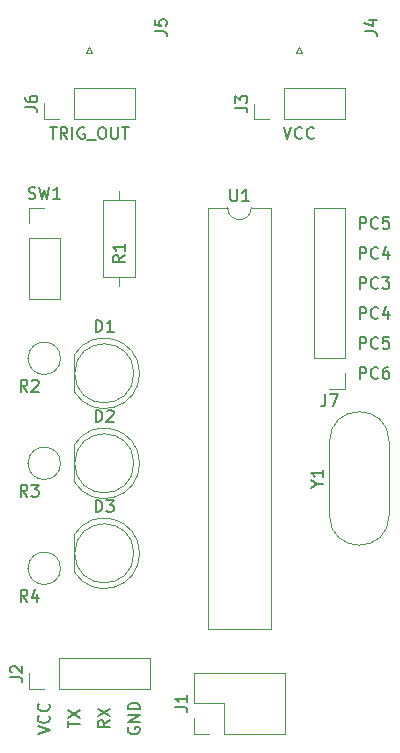
<source format=gbr>
%TF.GenerationSoftware,KiCad,Pcbnew,(6.0.5)*%
%TF.CreationDate,2022-08-03T12:20:48+10:00*%
%TF.ProjectId,special_target,73706563-6961-46c5-9f74-61726765742e,rev?*%
%TF.SameCoordinates,Original*%
%TF.FileFunction,Legend,Top*%
%TF.FilePolarity,Positive*%
%FSLAX46Y46*%
G04 Gerber Fmt 4.6, Leading zero omitted, Abs format (unit mm)*
G04 Created by KiCad (PCBNEW (6.0.5)) date 2022-08-03 12:20:48*
%MOMM*%
%LPD*%
G01*
G04 APERTURE LIST*
%ADD10C,0.150000*%
%ADD11C,0.120000*%
G04 APERTURE END LIST*
D10*
X124491904Y-116022380D02*
X124491904Y-115022380D01*
X124872857Y-115022380D01*
X124968095Y-115070000D01*
X125015714Y-115117619D01*
X125063333Y-115212857D01*
X125063333Y-115355714D01*
X125015714Y-115450952D01*
X124968095Y-115498571D01*
X124872857Y-115546190D01*
X124491904Y-115546190D01*
X126063333Y-115927142D02*
X126015714Y-115974761D01*
X125872857Y-116022380D01*
X125777619Y-116022380D01*
X125634761Y-115974761D01*
X125539523Y-115879523D01*
X125491904Y-115784285D01*
X125444285Y-115593809D01*
X125444285Y-115450952D01*
X125491904Y-115260476D01*
X125539523Y-115165238D01*
X125634761Y-115070000D01*
X125777619Y-115022380D01*
X125872857Y-115022380D01*
X126015714Y-115070000D01*
X126063333Y-115117619D01*
X126920476Y-115022380D02*
X126730000Y-115022380D01*
X126634761Y-115070000D01*
X126587142Y-115117619D01*
X126491904Y-115260476D01*
X126444285Y-115450952D01*
X126444285Y-115831904D01*
X126491904Y-115927142D01*
X126539523Y-115974761D01*
X126634761Y-116022380D01*
X126825238Y-116022380D01*
X126920476Y-115974761D01*
X126968095Y-115927142D01*
X127015714Y-115831904D01*
X127015714Y-115593809D01*
X126968095Y-115498571D01*
X126920476Y-115450952D01*
X126825238Y-115403333D01*
X126634761Y-115403333D01*
X126539523Y-115450952D01*
X126491904Y-115498571D01*
X126444285Y-115593809D01*
X124491904Y-113482380D02*
X124491904Y-112482380D01*
X124872857Y-112482380D01*
X124968095Y-112530000D01*
X125015714Y-112577619D01*
X125063333Y-112672857D01*
X125063333Y-112815714D01*
X125015714Y-112910952D01*
X124968095Y-112958571D01*
X124872857Y-113006190D01*
X124491904Y-113006190D01*
X126063333Y-113387142D02*
X126015714Y-113434761D01*
X125872857Y-113482380D01*
X125777619Y-113482380D01*
X125634761Y-113434761D01*
X125539523Y-113339523D01*
X125491904Y-113244285D01*
X125444285Y-113053809D01*
X125444285Y-112910952D01*
X125491904Y-112720476D01*
X125539523Y-112625238D01*
X125634761Y-112530000D01*
X125777619Y-112482380D01*
X125872857Y-112482380D01*
X126015714Y-112530000D01*
X126063333Y-112577619D01*
X126968095Y-112482380D02*
X126491904Y-112482380D01*
X126444285Y-112958571D01*
X126491904Y-112910952D01*
X126587142Y-112863333D01*
X126825238Y-112863333D01*
X126920476Y-112910952D01*
X126968095Y-112958571D01*
X127015714Y-113053809D01*
X127015714Y-113291904D01*
X126968095Y-113387142D01*
X126920476Y-113434761D01*
X126825238Y-113482380D01*
X126587142Y-113482380D01*
X126491904Y-113434761D01*
X126444285Y-113387142D01*
X124491904Y-110942380D02*
X124491904Y-109942380D01*
X124872857Y-109942380D01*
X124968095Y-109990000D01*
X125015714Y-110037619D01*
X125063333Y-110132857D01*
X125063333Y-110275714D01*
X125015714Y-110370952D01*
X124968095Y-110418571D01*
X124872857Y-110466190D01*
X124491904Y-110466190D01*
X126063333Y-110847142D02*
X126015714Y-110894761D01*
X125872857Y-110942380D01*
X125777619Y-110942380D01*
X125634761Y-110894761D01*
X125539523Y-110799523D01*
X125491904Y-110704285D01*
X125444285Y-110513809D01*
X125444285Y-110370952D01*
X125491904Y-110180476D01*
X125539523Y-110085238D01*
X125634761Y-109990000D01*
X125777619Y-109942380D01*
X125872857Y-109942380D01*
X126015714Y-109990000D01*
X126063333Y-110037619D01*
X126920476Y-110275714D02*
X126920476Y-110942380D01*
X126682380Y-109894761D02*
X126444285Y-110609047D01*
X127063333Y-110609047D01*
X124491904Y-108402380D02*
X124491904Y-107402380D01*
X124872857Y-107402380D01*
X124968095Y-107450000D01*
X125015714Y-107497619D01*
X125063333Y-107592857D01*
X125063333Y-107735714D01*
X125015714Y-107830952D01*
X124968095Y-107878571D01*
X124872857Y-107926190D01*
X124491904Y-107926190D01*
X126063333Y-108307142D02*
X126015714Y-108354761D01*
X125872857Y-108402380D01*
X125777619Y-108402380D01*
X125634761Y-108354761D01*
X125539523Y-108259523D01*
X125491904Y-108164285D01*
X125444285Y-107973809D01*
X125444285Y-107830952D01*
X125491904Y-107640476D01*
X125539523Y-107545238D01*
X125634761Y-107450000D01*
X125777619Y-107402380D01*
X125872857Y-107402380D01*
X126015714Y-107450000D01*
X126063333Y-107497619D01*
X126396666Y-107402380D02*
X127015714Y-107402380D01*
X126682380Y-107783333D01*
X126825238Y-107783333D01*
X126920476Y-107830952D01*
X126968095Y-107878571D01*
X127015714Y-107973809D01*
X127015714Y-108211904D01*
X126968095Y-108307142D01*
X126920476Y-108354761D01*
X126825238Y-108402380D01*
X126539523Y-108402380D01*
X126444285Y-108354761D01*
X126396666Y-108307142D01*
X124491904Y-105862380D02*
X124491904Y-104862380D01*
X124872857Y-104862380D01*
X124968095Y-104910000D01*
X125015714Y-104957619D01*
X125063333Y-105052857D01*
X125063333Y-105195714D01*
X125015714Y-105290952D01*
X124968095Y-105338571D01*
X124872857Y-105386190D01*
X124491904Y-105386190D01*
X126063333Y-105767142D02*
X126015714Y-105814761D01*
X125872857Y-105862380D01*
X125777619Y-105862380D01*
X125634761Y-105814761D01*
X125539523Y-105719523D01*
X125491904Y-105624285D01*
X125444285Y-105433809D01*
X125444285Y-105290952D01*
X125491904Y-105100476D01*
X125539523Y-105005238D01*
X125634761Y-104910000D01*
X125777619Y-104862380D01*
X125872857Y-104862380D01*
X126015714Y-104910000D01*
X126063333Y-104957619D01*
X126920476Y-105195714D02*
X126920476Y-105862380D01*
X126682380Y-104814761D02*
X126444285Y-105529047D01*
X127063333Y-105529047D01*
X124491904Y-103322380D02*
X124491904Y-102322380D01*
X124872857Y-102322380D01*
X124968095Y-102370000D01*
X125015714Y-102417619D01*
X125063333Y-102512857D01*
X125063333Y-102655714D01*
X125015714Y-102750952D01*
X124968095Y-102798571D01*
X124872857Y-102846190D01*
X124491904Y-102846190D01*
X126063333Y-103227142D02*
X126015714Y-103274761D01*
X125872857Y-103322380D01*
X125777619Y-103322380D01*
X125634761Y-103274761D01*
X125539523Y-103179523D01*
X125491904Y-103084285D01*
X125444285Y-102893809D01*
X125444285Y-102750952D01*
X125491904Y-102560476D01*
X125539523Y-102465238D01*
X125634761Y-102370000D01*
X125777619Y-102322380D01*
X125872857Y-102322380D01*
X126015714Y-102370000D01*
X126063333Y-102417619D01*
X126968095Y-102322380D02*
X126491904Y-102322380D01*
X126444285Y-102798571D01*
X126491904Y-102750952D01*
X126587142Y-102703333D01*
X126825238Y-102703333D01*
X126920476Y-102750952D01*
X126968095Y-102798571D01*
X127015714Y-102893809D01*
X127015714Y-103131904D01*
X126968095Y-103227142D01*
X126920476Y-103274761D01*
X126825238Y-103322380D01*
X126587142Y-103322380D01*
X126491904Y-103274761D01*
X126444285Y-103227142D01*
X99782380Y-145541904D02*
X99782380Y-144970476D01*
X100782380Y-145256190D02*
X99782380Y-145256190D01*
X99782380Y-144732380D02*
X100782380Y-144065714D01*
X99782380Y-144065714D02*
X100782380Y-144732380D01*
X118046666Y-94702380D02*
X118380000Y-95702380D01*
X118713333Y-94702380D01*
X119618095Y-95607142D02*
X119570476Y-95654761D01*
X119427619Y-95702380D01*
X119332380Y-95702380D01*
X119189523Y-95654761D01*
X119094285Y-95559523D01*
X119046666Y-95464285D01*
X118999047Y-95273809D01*
X118999047Y-95130952D01*
X119046666Y-94940476D01*
X119094285Y-94845238D01*
X119189523Y-94750000D01*
X119332380Y-94702380D01*
X119427619Y-94702380D01*
X119570476Y-94750000D01*
X119618095Y-94797619D01*
X120618095Y-95607142D02*
X120570476Y-95654761D01*
X120427619Y-95702380D01*
X120332380Y-95702380D01*
X120189523Y-95654761D01*
X120094285Y-95559523D01*
X120046666Y-95464285D01*
X119999047Y-95273809D01*
X119999047Y-95130952D01*
X120046666Y-94940476D01*
X120094285Y-94845238D01*
X120189523Y-94750000D01*
X120332380Y-94702380D01*
X120427619Y-94702380D01*
X120570476Y-94750000D01*
X120618095Y-94797619D01*
X103322380Y-144946666D02*
X102846190Y-145280000D01*
X103322380Y-145518095D02*
X102322380Y-145518095D01*
X102322380Y-145137142D01*
X102370000Y-145041904D01*
X102417619Y-144994285D01*
X102512857Y-144946666D01*
X102655714Y-144946666D01*
X102750952Y-144994285D01*
X102798571Y-145041904D01*
X102846190Y-145137142D01*
X102846190Y-145518095D01*
X102322380Y-144613333D02*
X103322380Y-143946666D01*
X102322380Y-143946666D02*
X103322380Y-144613333D01*
X98266666Y-94702380D02*
X98838095Y-94702380D01*
X98552380Y-95702380D02*
X98552380Y-94702380D01*
X99742857Y-95702380D02*
X99409523Y-95226190D01*
X99171428Y-95702380D02*
X99171428Y-94702380D01*
X99552380Y-94702380D01*
X99647619Y-94750000D01*
X99695238Y-94797619D01*
X99742857Y-94892857D01*
X99742857Y-95035714D01*
X99695238Y-95130952D01*
X99647619Y-95178571D01*
X99552380Y-95226190D01*
X99171428Y-95226190D01*
X100171428Y-95702380D02*
X100171428Y-94702380D01*
X101171428Y-94750000D02*
X101076190Y-94702380D01*
X100933333Y-94702380D01*
X100790476Y-94750000D01*
X100695238Y-94845238D01*
X100647619Y-94940476D01*
X100600000Y-95130952D01*
X100600000Y-95273809D01*
X100647619Y-95464285D01*
X100695238Y-95559523D01*
X100790476Y-95654761D01*
X100933333Y-95702380D01*
X101028571Y-95702380D01*
X101171428Y-95654761D01*
X101219047Y-95607142D01*
X101219047Y-95273809D01*
X101028571Y-95273809D01*
X101409523Y-95797619D02*
X102171428Y-95797619D01*
X102600000Y-94702380D02*
X102790476Y-94702380D01*
X102885714Y-94750000D01*
X102980952Y-94845238D01*
X103028571Y-95035714D01*
X103028571Y-95369047D01*
X102980952Y-95559523D01*
X102885714Y-95654761D01*
X102790476Y-95702380D01*
X102600000Y-95702380D01*
X102504761Y-95654761D01*
X102409523Y-95559523D01*
X102361904Y-95369047D01*
X102361904Y-95035714D01*
X102409523Y-94845238D01*
X102504761Y-94750000D01*
X102600000Y-94702380D01*
X103457142Y-94702380D02*
X103457142Y-95511904D01*
X103504761Y-95607142D01*
X103552380Y-95654761D01*
X103647619Y-95702380D01*
X103838095Y-95702380D01*
X103933333Y-95654761D01*
X103980952Y-95607142D01*
X104028571Y-95511904D01*
X104028571Y-94702380D01*
X104361904Y-94702380D02*
X104933333Y-94702380D01*
X104647619Y-95702380D02*
X104647619Y-94702380D01*
X104910000Y-145541904D02*
X104862380Y-145637142D01*
X104862380Y-145780000D01*
X104910000Y-145922857D01*
X105005238Y-146018095D01*
X105100476Y-146065714D01*
X105290952Y-146113333D01*
X105433809Y-146113333D01*
X105624285Y-146065714D01*
X105719523Y-146018095D01*
X105814761Y-145922857D01*
X105862380Y-145780000D01*
X105862380Y-145684761D01*
X105814761Y-145541904D01*
X105767142Y-145494285D01*
X105433809Y-145494285D01*
X105433809Y-145684761D01*
X105862380Y-145065714D02*
X104862380Y-145065714D01*
X105862380Y-144494285D01*
X104862380Y-144494285D01*
X105862380Y-144018095D02*
X104862380Y-144018095D01*
X104862380Y-143780000D01*
X104910000Y-143637142D01*
X105005238Y-143541904D01*
X105100476Y-143494285D01*
X105290952Y-143446666D01*
X105433809Y-143446666D01*
X105624285Y-143494285D01*
X105719523Y-143541904D01*
X105814761Y-143637142D01*
X105862380Y-143780000D01*
X105862380Y-144018095D01*
X97242380Y-146113333D02*
X98242380Y-145780000D01*
X97242380Y-145446666D01*
X98147142Y-144541904D02*
X98194761Y-144589523D01*
X98242380Y-144732380D01*
X98242380Y-144827619D01*
X98194761Y-144970476D01*
X98099523Y-145065714D01*
X98004285Y-145113333D01*
X97813809Y-145160952D01*
X97670952Y-145160952D01*
X97480476Y-145113333D01*
X97385238Y-145065714D01*
X97290000Y-144970476D01*
X97242380Y-144827619D01*
X97242380Y-144732380D01*
X97290000Y-144589523D01*
X97337619Y-144541904D01*
X98147142Y-143541904D02*
X98194761Y-143589523D01*
X98242380Y-143732380D01*
X98242380Y-143827619D01*
X98194761Y-143970476D01*
X98099523Y-144065714D01*
X98004285Y-144113333D01*
X97813809Y-144160952D01*
X97670952Y-144160952D01*
X97480476Y-144113333D01*
X97385238Y-144065714D01*
X97290000Y-143970476D01*
X97242380Y-143827619D01*
X97242380Y-143732380D01*
X97290000Y-143589523D01*
X97337619Y-143541904D01*
%TO.C,J7*%
X121586666Y-117352380D02*
X121586666Y-118066666D01*
X121539047Y-118209523D01*
X121443809Y-118304761D01*
X121300952Y-118352380D01*
X121205714Y-118352380D01*
X121967619Y-117352380D02*
X122634285Y-117352380D01*
X122205714Y-118352380D01*
%TO.C,SW1*%
X96456666Y-100734761D02*
X96599523Y-100782380D01*
X96837619Y-100782380D01*
X96932857Y-100734761D01*
X96980476Y-100687142D01*
X97028095Y-100591904D01*
X97028095Y-100496666D01*
X96980476Y-100401428D01*
X96932857Y-100353809D01*
X96837619Y-100306190D01*
X96647142Y-100258571D01*
X96551904Y-100210952D01*
X96504285Y-100163333D01*
X96456666Y-100068095D01*
X96456666Y-99972857D01*
X96504285Y-99877619D01*
X96551904Y-99830000D01*
X96647142Y-99782380D01*
X96885238Y-99782380D01*
X97028095Y-99830000D01*
X97361428Y-99782380D02*
X97599523Y-100782380D01*
X97790000Y-100068095D01*
X97980476Y-100782380D01*
X98218571Y-99782380D01*
X99123333Y-100782380D02*
X98551904Y-100782380D01*
X98837619Y-100782380D02*
X98837619Y-99782380D01*
X98742380Y-99925238D01*
X98647142Y-100020476D01*
X98551904Y-100068095D01*
%TO.C,R1*%
X104592380Y-105566666D02*
X104116190Y-105900000D01*
X104592380Y-106138095D02*
X103592380Y-106138095D01*
X103592380Y-105757142D01*
X103640000Y-105661904D01*
X103687619Y-105614285D01*
X103782857Y-105566666D01*
X103925714Y-105566666D01*
X104020952Y-105614285D01*
X104068571Y-105661904D01*
X104116190Y-105757142D01*
X104116190Y-106138095D01*
X104592380Y-104614285D02*
X104592380Y-105185714D01*
X104592380Y-104900000D02*
X103592380Y-104900000D01*
X103735238Y-104995238D01*
X103830476Y-105090476D01*
X103878095Y-105185714D01*
%TO.C,R4*%
X96353333Y-134892380D02*
X96020000Y-134416190D01*
X95781904Y-134892380D02*
X95781904Y-133892380D01*
X96162857Y-133892380D01*
X96258095Y-133940000D01*
X96305714Y-133987619D01*
X96353333Y-134082857D01*
X96353333Y-134225714D01*
X96305714Y-134320952D01*
X96258095Y-134368571D01*
X96162857Y-134416190D01*
X95781904Y-134416190D01*
X97210476Y-134225714D02*
X97210476Y-134892380D01*
X96972380Y-133844761D02*
X96734285Y-134559047D01*
X97353333Y-134559047D01*
%TO.C,Y1*%
X120911190Y-124936190D02*
X121387380Y-124936190D01*
X120387380Y-125269523D02*
X120911190Y-124936190D01*
X120387380Y-124602857D01*
X121387380Y-123745714D02*
X121387380Y-124317142D01*
X121387380Y-124031428D02*
X120387380Y-124031428D01*
X120530238Y-124126666D01*
X120625476Y-124221904D01*
X120673095Y-124317142D01*
%TO.C,D3*%
X102131904Y-127292380D02*
X102131904Y-126292380D01*
X102370000Y-126292380D01*
X102512857Y-126340000D01*
X102608095Y-126435238D01*
X102655714Y-126530476D01*
X102703333Y-126720952D01*
X102703333Y-126863809D01*
X102655714Y-127054285D01*
X102608095Y-127149523D01*
X102512857Y-127244761D01*
X102370000Y-127292380D01*
X102131904Y-127292380D01*
X103036666Y-126292380D02*
X103655714Y-126292380D01*
X103322380Y-126673333D01*
X103465238Y-126673333D01*
X103560476Y-126720952D01*
X103608095Y-126768571D01*
X103655714Y-126863809D01*
X103655714Y-127101904D01*
X103608095Y-127197142D01*
X103560476Y-127244761D01*
X103465238Y-127292380D01*
X103179523Y-127292380D01*
X103084285Y-127244761D01*
X103036666Y-127197142D01*
%TO.C,J4*%
X124932380Y-86583333D02*
X125646666Y-86583333D01*
X125789523Y-86630952D01*
X125884761Y-86726190D01*
X125932380Y-86869047D01*
X125932380Y-86964285D01*
X125265714Y-85678571D02*
X125932380Y-85678571D01*
X124884761Y-85916666D02*
X125599047Y-86154761D01*
X125599047Y-85535714D01*
%TO.C,J2*%
X94922380Y-141303333D02*
X95636666Y-141303333D01*
X95779523Y-141350952D01*
X95874761Y-141446190D01*
X95922380Y-141589047D01*
X95922380Y-141684285D01*
X95017619Y-140874761D02*
X94970000Y-140827142D01*
X94922380Y-140731904D01*
X94922380Y-140493809D01*
X94970000Y-140398571D01*
X95017619Y-140350952D01*
X95112857Y-140303333D01*
X95208095Y-140303333D01*
X95350952Y-140350952D01*
X95922380Y-140922380D01*
X95922380Y-140303333D01*
%TO.C,U1*%
X113548095Y-99992380D02*
X113548095Y-100801904D01*
X113595714Y-100897142D01*
X113643333Y-100944761D01*
X113738571Y-100992380D01*
X113929047Y-100992380D01*
X114024285Y-100944761D01*
X114071904Y-100897142D01*
X114119523Y-100801904D01*
X114119523Y-99992380D01*
X115119523Y-100992380D02*
X114548095Y-100992380D01*
X114833809Y-100992380D02*
X114833809Y-99992380D01*
X114738571Y-100135238D01*
X114643333Y-100230476D01*
X114548095Y-100278095D01*
%TO.C,J6*%
X96182380Y-93043333D02*
X96896666Y-93043333D01*
X97039523Y-93090952D01*
X97134761Y-93186190D01*
X97182380Y-93329047D01*
X97182380Y-93424285D01*
X96182380Y-92138571D02*
X96182380Y-92329047D01*
X96230000Y-92424285D01*
X96277619Y-92471904D01*
X96420476Y-92567142D01*
X96610952Y-92614761D01*
X96991904Y-92614761D01*
X97087142Y-92567142D01*
X97134761Y-92519523D01*
X97182380Y-92424285D01*
X97182380Y-92233809D01*
X97134761Y-92138571D01*
X97087142Y-92090952D01*
X96991904Y-92043333D01*
X96753809Y-92043333D01*
X96658571Y-92090952D01*
X96610952Y-92138571D01*
X96563333Y-92233809D01*
X96563333Y-92424285D01*
X96610952Y-92519523D01*
X96658571Y-92567142D01*
X96753809Y-92614761D01*
%TO.C,R2*%
X96353333Y-117112380D02*
X96020000Y-116636190D01*
X95781904Y-117112380D02*
X95781904Y-116112380D01*
X96162857Y-116112380D01*
X96258095Y-116160000D01*
X96305714Y-116207619D01*
X96353333Y-116302857D01*
X96353333Y-116445714D01*
X96305714Y-116540952D01*
X96258095Y-116588571D01*
X96162857Y-116636190D01*
X95781904Y-116636190D01*
X96734285Y-116207619D02*
X96781904Y-116160000D01*
X96877142Y-116112380D01*
X97115238Y-116112380D01*
X97210476Y-116160000D01*
X97258095Y-116207619D01*
X97305714Y-116302857D01*
X97305714Y-116398095D01*
X97258095Y-116540952D01*
X96686666Y-117112380D01*
X97305714Y-117112380D01*
%TO.C,D2*%
X102131904Y-119672380D02*
X102131904Y-118672380D01*
X102370000Y-118672380D01*
X102512857Y-118720000D01*
X102608095Y-118815238D01*
X102655714Y-118910476D01*
X102703333Y-119100952D01*
X102703333Y-119243809D01*
X102655714Y-119434285D01*
X102608095Y-119529523D01*
X102512857Y-119624761D01*
X102370000Y-119672380D01*
X102131904Y-119672380D01*
X103084285Y-118767619D02*
X103131904Y-118720000D01*
X103227142Y-118672380D01*
X103465238Y-118672380D01*
X103560476Y-118720000D01*
X103608095Y-118767619D01*
X103655714Y-118862857D01*
X103655714Y-118958095D01*
X103608095Y-119100952D01*
X103036666Y-119672380D01*
X103655714Y-119672380D01*
%TO.C,J5*%
X107152380Y-86583323D02*
X107866666Y-86583323D01*
X108009523Y-86630942D01*
X108104761Y-86726180D01*
X108152380Y-86869037D01*
X108152380Y-86964275D01*
X107152380Y-85630942D02*
X107152380Y-86107132D01*
X107628571Y-86154751D01*
X107580952Y-86107132D01*
X107533333Y-86011894D01*
X107533333Y-85773799D01*
X107580952Y-85678561D01*
X107628571Y-85630942D01*
X107723809Y-85583323D01*
X107961904Y-85583323D01*
X108057142Y-85630942D01*
X108104761Y-85678561D01*
X108152380Y-85773799D01*
X108152380Y-86011894D01*
X108104761Y-86107132D01*
X108057142Y-86154751D01*
%TO.C,J1*%
X108897380Y-143838333D02*
X109611666Y-143838333D01*
X109754523Y-143885952D01*
X109849761Y-143981190D01*
X109897380Y-144124047D01*
X109897380Y-144219285D01*
X109897380Y-142838333D02*
X109897380Y-143409761D01*
X109897380Y-143124047D02*
X108897380Y-143124047D01*
X109040238Y-143219285D01*
X109135476Y-143314523D01*
X109183095Y-143409761D01*
%TO.C,R3*%
X96353333Y-126002380D02*
X96020000Y-125526190D01*
X95781904Y-126002380D02*
X95781904Y-125002380D01*
X96162857Y-125002380D01*
X96258095Y-125050000D01*
X96305714Y-125097619D01*
X96353333Y-125192857D01*
X96353333Y-125335714D01*
X96305714Y-125430952D01*
X96258095Y-125478571D01*
X96162857Y-125526190D01*
X95781904Y-125526190D01*
X96686666Y-125002380D02*
X97305714Y-125002380D01*
X96972380Y-125383333D01*
X97115238Y-125383333D01*
X97210476Y-125430952D01*
X97258095Y-125478571D01*
X97305714Y-125573809D01*
X97305714Y-125811904D01*
X97258095Y-125907142D01*
X97210476Y-125954761D01*
X97115238Y-126002380D01*
X96829523Y-126002380D01*
X96734285Y-125954761D01*
X96686666Y-125907142D01*
%TO.C,D1*%
X102131904Y-112052380D02*
X102131904Y-111052380D01*
X102370000Y-111052380D01*
X102512857Y-111100000D01*
X102608095Y-111195238D01*
X102655714Y-111290476D01*
X102703333Y-111480952D01*
X102703333Y-111623809D01*
X102655714Y-111814285D01*
X102608095Y-111909523D01*
X102512857Y-112004761D01*
X102370000Y-112052380D01*
X102131904Y-112052380D01*
X103655714Y-112052380D02*
X103084285Y-112052380D01*
X103370000Y-112052380D02*
X103370000Y-111052380D01*
X103274761Y-111195238D01*
X103179523Y-111290476D01*
X103084285Y-111338095D01*
%TO.C,J3*%
X113977380Y-93058333D02*
X114691666Y-93058333D01*
X114834523Y-93105952D01*
X114929761Y-93201190D01*
X114977380Y-93344047D01*
X114977380Y-93439285D01*
X113977380Y-92677380D02*
X113977380Y-92058333D01*
X114358333Y-92391666D01*
X114358333Y-92248809D01*
X114405952Y-92153571D01*
X114453571Y-92105952D01*
X114548809Y-92058333D01*
X114786904Y-92058333D01*
X114882142Y-92105952D01*
X114929761Y-92153571D01*
X114977380Y-92248809D01*
X114977380Y-92534523D01*
X114929761Y-92629761D01*
X114882142Y-92677380D01*
D11*
%TO.C,J7*%
X123250000Y-114300000D02*
X123250000Y-101540000D01*
X123250000Y-115570000D02*
X123250000Y-116900000D01*
X123250000Y-116900000D02*
X121920000Y-116900000D01*
X123250000Y-114300000D02*
X120590000Y-114300000D01*
X123250000Y-101540000D02*
X120590000Y-101540000D01*
X120590000Y-114300000D02*
X120590000Y-101540000D01*
%TO.C,SW1*%
X96460000Y-102875001D02*
X96460000Y-101545001D01*
X96460000Y-104145001D02*
X96460000Y-109285001D01*
X96460000Y-104145001D02*
X99120000Y-104145001D01*
X96460000Y-101545001D02*
X97790000Y-101545001D01*
X96460000Y-109285001D02*
X99120000Y-109285001D01*
X99120000Y-104145001D02*
X99120000Y-109285001D01*
%TO.C,R1*%
X104140000Y-100090000D02*
X104140000Y-100860000D01*
X102770000Y-107400000D02*
X105510000Y-107400000D01*
X105510000Y-107400000D02*
X105510000Y-100860000D01*
X105510000Y-100860000D02*
X102770000Y-100860000D01*
X104140000Y-108170000D02*
X104140000Y-107400000D01*
X102770000Y-100860000D02*
X102770000Y-107400000D01*
%TO.C,R4*%
X96420000Y-132070000D02*
X96350000Y-132070000D01*
X99160000Y-132070000D02*
G75*
G03*
X99160000Y-132070000I-1370000J0D01*
G01*
%TO.C,Y1*%
X126985000Y-127585000D02*
X126985000Y-121335000D01*
X121935000Y-127585000D02*
X121935000Y-121335000D01*
X121935000Y-127585000D02*
G75*
G03*
X126985000Y-127585000I2525000J0D01*
G01*
X126985000Y-121335000D02*
G75*
G03*
X121935000Y-121335000I-2525000J0D01*
G01*
%TO.C,D3*%
X100310000Y-129255000D02*
X100310000Y-132345000D01*
X105860000Y-130800462D02*
G75*
G03*
X100310000Y-129255170I-2990000J462D01*
G01*
X100310000Y-132344830D02*
G75*
G03*
X105860000Y-130799538I2560000J1544830D01*
G01*
X105370000Y-130800000D02*
G75*
G03*
X105370000Y-130800000I-2500000J0D01*
G01*
%TO.C,J4*%
X119380000Y-87945000D02*
X119130000Y-88445000D01*
X119630000Y-88445000D02*
X119380000Y-87945000D01*
X119130000Y-88445000D02*
X119630000Y-88445000D01*
%TO.C,J2*%
X99070000Y-142300000D02*
X106750000Y-142300000D01*
X99070000Y-142300000D02*
X99070000Y-139640000D01*
X97800000Y-142300000D02*
X96470000Y-142300000D01*
X99070000Y-139640000D02*
X106750000Y-139640000D01*
X106750000Y-142300000D02*
X106750000Y-139640000D01*
X96470000Y-142300000D02*
X96470000Y-140970000D01*
%TO.C,U1*%
X111660000Y-137220000D02*
X116960000Y-137220000D01*
X113310000Y-101540000D02*
X111660000Y-101540000D01*
X111660000Y-101540000D02*
X111660000Y-137220000D01*
X116960000Y-137220000D02*
X116960000Y-101540000D01*
X116960000Y-101540000D02*
X115310000Y-101540000D01*
X113310000Y-101540000D02*
G75*
G03*
X115310000Y-101540000I1000000J0D01*
G01*
%TO.C,J6*%
X100330000Y-94040000D02*
X100330000Y-91380000D01*
X105470000Y-94040000D02*
X105470000Y-91380000D01*
X100330000Y-91380000D02*
X105470000Y-91380000D01*
X100330000Y-94040000D02*
X105470000Y-94040000D01*
X99060000Y-94040000D02*
X97730000Y-94040000D01*
X97730000Y-94040000D02*
X97730000Y-92710000D01*
%TO.C,R2*%
X96420000Y-114290000D02*
X96350000Y-114290000D01*
X99160000Y-114290000D02*
G75*
G03*
X99160000Y-114290000I-1370000J0D01*
G01*
%TO.C,D2*%
X100310000Y-121635000D02*
X100310000Y-124725000D01*
X100310000Y-124724830D02*
G75*
G03*
X105860000Y-123179538I2560000J1544830D01*
G01*
X105860000Y-123180462D02*
G75*
G03*
X100310000Y-121635170I-2990000J462D01*
G01*
X105370000Y-123180000D02*
G75*
G03*
X105370000Y-123180000I-2500000J0D01*
G01*
%TO.C,J5*%
X101850000Y-88444990D02*
X101600000Y-87944990D01*
X101350000Y-88444990D02*
X101850000Y-88444990D01*
X101600000Y-87944990D02*
X101350000Y-88444990D01*
%TO.C,J1*%
X118185000Y-146105000D02*
X118185000Y-140905000D01*
X113045000Y-143505000D02*
X110445000Y-143505000D01*
X110445000Y-143505000D02*
X110445000Y-140905000D01*
X110445000Y-140905000D02*
X118185000Y-140905000D01*
X113045000Y-146105000D02*
X118185000Y-146105000D01*
X113045000Y-146105000D02*
X113045000Y-143505000D01*
X111775000Y-146105000D02*
X110445000Y-146105000D01*
X110445000Y-146105000D02*
X110445000Y-144775000D01*
%TO.C,R3*%
X96420000Y-123180000D02*
X96350000Y-123180000D01*
X99160000Y-123180000D02*
G75*
G03*
X99160000Y-123180000I-1370000J0D01*
G01*
%TO.C,D1*%
X100310000Y-114015000D02*
X100310000Y-117105000D01*
X105860000Y-115560462D02*
G75*
G03*
X100310000Y-114015170I-2990000J462D01*
G01*
X100310000Y-117104830D02*
G75*
G03*
X105860000Y-115559538I2560000J1544830D01*
G01*
X105370000Y-115560000D02*
G75*
G03*
X105370000Y-115560000I-2500000J0D01*
G01*
%TO.C,J3*%
X123265000Y-94055000D02*
X123265000Y-91395000D01*
X116855000Y-94055000D02*
X115525000Y-94055000D01*
X118125000Y-91395000D02*
X123265000Y-91395000D01*
X118125000Y-94055000D02*
X123265000Y-94055000D01*
X118125000Y-94055000D02*
X118125000Y-91395000D01*
X115525000Y-94055000D02*
X115525000Y-92725000D01*
%TD*%
M02*

</source>
